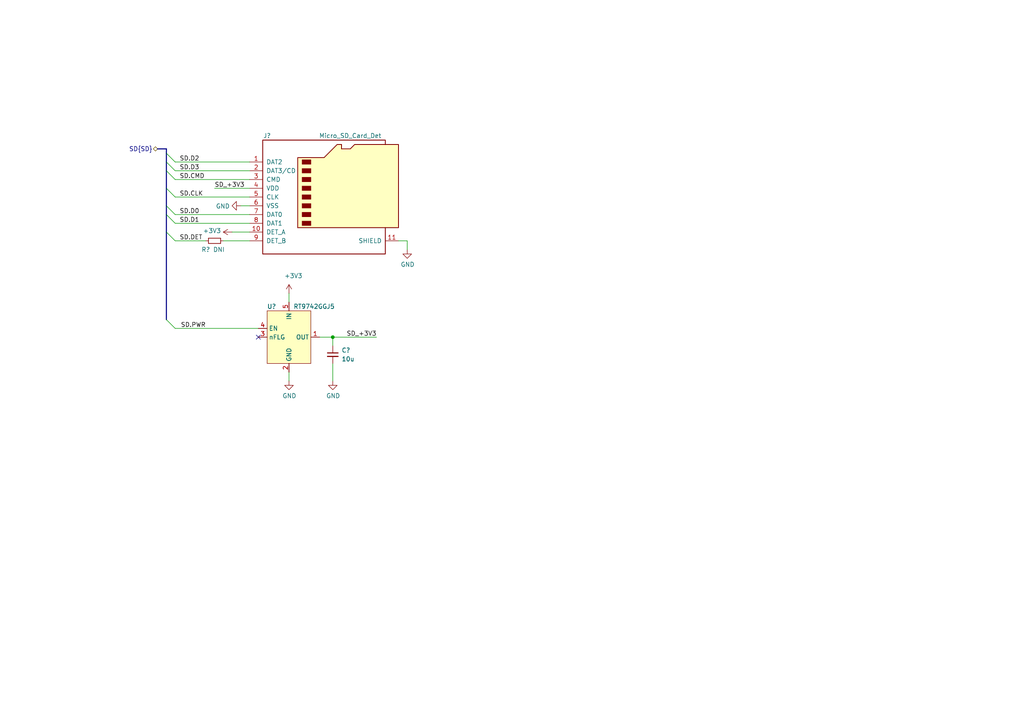
<source format=kicad_sch>
(kicad_sch (version 20201015) (generator eeschema)
  (paper "A4")
  (lib_symbols
    (symbol "Connector:Micro_SD_Card_Det" (pin_names (offset 1.016))
      (property "Reference" "J" (at -16.51 17.78 0))
      (property "Value" "Micro_SD_Card_Det" (at 16.51 17.78 0))
      (symbol "Micro_SD_Card_Det_0_1"
        (rectangle (start -7.62 -6.985) (end -5.08 -8.255) (fill (type outline)))
        (rectangle (start -7.62 -4.445) (end -5.08 -5.715) (fill (type outline)))
        (rectangle (start -7.62 -1.905) (end -5.08 -3.175) (fill (type outline)))
        (rectangle (start -7.62 0.635) (end -5.08 -0.635) (fill (type outline)))
        (rectangle (start -7.62 3.175) (end -5.08 1.905) (fill (type outline)))
        (rectangle (start -7.62 5.715) (end -5.08 4.445) (fill (type outline)))
        (rectangle (start -7.62 8.255) (end -5.08 6.985) (fill (type outline)))
        (rectangle (start -7.62 10.795) (end -5.08 9.525) (fill (type outline)))
        (polyline (pts (xy 16.51 15.24) (xy 16.51 16.51) (xy -19.05 16.51) (xy -19.05 -16.51) (xy 16.51 -16.51) (xy 16.51 -8.89)) (stroke (width 0.254)))
        (polyline (pts (xy -8.89 -8.89) (xy -8.89 11.43) (xy -1.27 11.43) (xy 2.54 15.24) (xy 3.81 15.24) (xy 3.81 13.97) (xy 6.35 13.97) (xy 7.62 15.24) (xy 20.32 15.24) (xy 20.32 -8.89) (xy -8.89 -8.89)) (stroke (width 0.254)) (fill (type background)))
      )
      (symbol "Micro_SD_Card_Det_1_1"
        (pin bidirectional line (at -22.86 10.16 0) (length 3.81) (name "DAT2") (number "1"))
        (pin passive line (at -22.86 -10.16 0) (length 3.81) (name "DET_A") (number "10"))
        (pin passive line (at 20.32 -12.7 180) (length 3.81) (name "SHIELD") (number "11"))
        (pin bidirectional line (at -22.86 7.62 0) (length 3.81) (name "DAT3/CD") (number "2"))
        (pin input line (at -22.86 5.08 0) (length 3.81) (name "CMD") (number "3"))
        (pin power_in line (at -22.86 2.54 0) (length 3.81) (name "VDD") (number "4"))
        (pin input line (at -22.86 0 0) (length 3.81) (name "CLK") (number "5"))
        (pin power_in line (at -22.86 -2.54 0) (length 3.81) (name "VSS") (number "6"))
        (pin bidirectional line (at -22.86 -5.08 0) (length 3.81) (name "DAT0") (number "7"))
        (pin bidirectional line (at -22.86 -7.62 0) (length 3.81) (name "DAT1") (number "8"))
        (pin passive line (at -22.86 -12.7 0) (length 3.81) (name "DET_B") (number "9"))
      )
    )
    (symbol "Device:C_Small" (pin_numbers hide) (pin_names (offset 0.254) hide)
      (property "Reference" "C" (at 0.254 1.778 0))
      (property "Value" "C_Small" (at 0.254 -2.032 0))
      (symbol "C_Small_0_1"
        (polyline (pts (xy -1.524 -0.508) (xy 1.524 -0.508)) (stroke (width 0.3302)))
        (polyline (pts (xy -1.524 0.508) (xy 1.524 0.508)) (stroke (width 0.3048)))
      )
      (symbol "C_Small_1_1"
        (pin passive line (at 0 2.54 270) (length 2.032) (name "~") (number "1"))
        (pin passive line (at 0 -2.54 90) (length 2.032) (name "~") (number "2"))
      )
    )
    (symbol "Device:R_Small" (pin_numbers hide) (pin_names (offset 0.254) hide)
      (property "Reference" "R" (at 0.762 0.508 0))
      (property "Value" "R_Small" (at 0.762 -1.016 0))
      (symbol "R_Small_0_1"
        (rectangle (start -0.762 1.778) (end 0.762 -1.778) (stroke (width 0.2032)))
      )
      (symbol "R_Small_1_1"
        (pin passive line (at 0 2.54 270) (length 0.762) (name "~") (number "1"))
        (pin passive line (at 0 -2.54 90) (length 0.762) (name "~") (number "2"))
      )
    )
    (symbol "LightBlue:RT9742GGJ5"
      (property "Reference" "U" (at -5.08 8.89 0))
      (property "Value" "RT9742GGJ5" (at 7.62 8.89 0))
      (symbol "RT9742GGJ5_0_0"
        (pin power_out line (at 8.89 0 180) (length 2.54) (name "OUT") (number "1"))
        (pin power_in line (at 0 -10.16 90) (length 2.54) (name "GND") (number "2"))
        (pin open_collector line (at -8.89 0 0) (length 2.54) (name "nFLG") (number "3"))
        (pin input line (at -8.89 2.54 0) (length 2.54) (name "EN") (number "4"))
        (pin power_in line (at 0 10.16 270) (length 2.54) (name "IN") (number "5"))
      )
      (symbol "RT9742GGJ5_0_1"
        (rectangle (start -6.35 7.62) (end 6.35 -7.62) (fill (type background)))
      )
    )
    (symbol "power:+3V3" (power) (pin_names (offset 0))
      (property "Value" "+3V3" (at 0 3.556 0))
      (symbol "+3V3_0_1"
        (polyline (pts (xy -0.762 1.27) (xy 0 2.54)))
        (polyline (pts (xy 0 0) (xy 0 2.54)))
        (polyline (pts (xy 0 2.54) (xy 0.762 1.27)))
      )
      (symbol "+3V3_1_1"
        (pin power_in line (at 0 0 90) (length 0) hide (name "+3V3") (number "1"))
      )
    )
    (symbol "power:GND" (power) (pin_names (offset 0))
      (property "Value" "GND" (at 0 -3.81 0))
      (symbol "GND_0_1"
        (polyline (pts (xy 0 0) (xy 0 -1.27) (xy 1.27 -1.27) (xy 0 -2.54) (xy -1.27 -1.27) (xy 0 -1.27)))
      )
      (symbol "GND_1_1"
        (pin power_in line (at 0 0 270) (length 0) hide (name "GND") (number "1"))
      )
    )
  )
  (junction (at 96.52 97.79) (diameter 0.9144))
  (no_connect (at 74.93 97.79))
  (bus_entry (at 48.26 44.45) (size 2.54 2.54) (stroke (width 0.1524)))
  (bus_entry (at 48.26 46.99) (size 2.54 2.54) (stroke (width 0.1524)))
  (bus_entry (at 48.26 49.53) (size 2.54 2.54) (stroke (width 0.1524)))
  (bus_entry (at 48.26 54.61) (size 2.54 2.54) (stroke (width 0.1524)))
  (bus_entry (at 48.26 59.69) (size 2.54 2.54) (stroke (width 0.1524)))
  (bus_entry (at 48.26 62.23) (size 2.54 2.54) (stroke (width 0.1524)))
  (bus_entry (at 48.26 67.31) (size 2.54 2.54) (stroke (width 0.1524)))
  (bus_entry (at 48.26 92.71) (size 2.54 2.54) (stroke (width 0.1524)))
  (wire (pts (xy 50.8 46.99) (xy 72.39 46.99)))
  (wire (pts (xy 50.8 49.53) (xy 72.39 49.53)))
  (wire (pts (xy 50.8 52.07) (xy 72.39 52.07)))
  (wire (pts (xy 50.8 57.15) (xy 72.39 57.15)))
  (wire (pts (xy 50.8 62.23) (xy 72.39 62.23)))
  (wire (pts (xy 50.8 64.77) (xy 72.39 64.77)))
  (wire (pts (xy 50.8 69.85) (xy 59.69 69.85)))
  (wire (pts (xy 50.8 95.25) (xy 74.93 95.25)))
  (wire (pts (xy 62.23 54.61) (xy 72.39 54.61)))
  (wire (pts (xy 64.77 69.85) (xy 72.39 69.85)))
  (wire (pts (xy 67.31 67.31) (xy 72.39 67.31)))
  (wire (pts (xy 72.39 59.69) (xy 69.85 59.69)))
  (wire (pts (xy 83.82 85.09) (xy 83.82 87.63)))
  (wire (pts (xy 83.82 107.95) (xy 83.82 110.49)))
  (wire (pts (xy 92.71 97.79) (xy 96.52 97.79)))
  (wire (pts (xy 96.52 97.79) (xy 96.52 100.33)))
  (wire (pts (xy 96.52 97.79) (xy 109.22 97.79)))
  (wire (pts (xy 96.52 105.41) (xy 96.52 110.49)))
  (wire (pts (xy 115.57 69.85) (xy 118.11 69.85)))
  (wire (pts (xy 118.11 69.85) (xy 118.11 72.39)))
  (bus (pts (xy 45.72 43.18) (xy 48.26 43.18)))
  (bus (pts (xy 48.26 43.18) (xy 48.26 44.45)))
  (bus (pts (xy 48.26 44.45) (xy 48.26 46.99)))
  (bus (pts (xy 48.26 49.53) (xy 48.26 46.99)))
  (bus (pts (xy 48.26 49.53) (xy 48.26 54.61)))
  (bus (pts (xy 48.26 54.61) (xy 48.26 59.69)))
  (bus (pts (xy 48.26 62.23) (xy 48.26 59.69)))
  (bus (pts (xy 48.26 62.23) (xy 48.26 67.31)))
  (bus (pts (xy 48.26 67.31) (xy 48.26 92.71)))
  (label "SD.D2" (at 52.07 46.99 0))
  (label "SD.D3" (at 52.07 49.53 0))
  (label "SD.CMD" (at 52.07 52.07 0))
  (label "SD.CLK" (at 52.07 57.15 0))
  (label "SD.D0" (at 52.07 62.23 0))
  (label "SD.D1" (at 52.07 64.77 0))
  (label "SD.DET" (at 52.07 69.85 0))
  (label "SD.PWR" (at 59.69 95.25 180))
  (label "SD_+3V3" (at 62.23 54.61 0))
  (label "SD_+3V3" (at 109.22 97.79 180))
  (hierarchical_label "SD{SD}" (shape bidirectional) (at 45.72 43.18 180))
  (symbol (lib_id "power:+3V3") (at 67.31 67.31 90) (unit 1)
    (property "Reference" "#PWR?" (effects hide))
    (property "Value" "+3V3" (at 64.1349 66.9417 90) (effects (justify left)))
  )
  (symbol (lib_id "power:+3V3") (at 83.82 85.09 0) (unit 1)
    (property "Reference" "#PWR?" (effects hide))
    (property "Value" "+3V3" (at 85.09 80.01 0))
  )
  (symbol (lib_id "power:GND") (at 69.85 59.69 270) (unit 1)
    (property "Reference" "#PWR?" (effects hide))
    (property "Value" "GND" (at 66.675 59.8043 90) (effects (justify right)))
  )
  (symbol (lib_id "power:GND") (at 83.82 110.49 0) (unit 1)
    (property "Reference" "#PWR?" (effects hide))
    (property "Value" "GND" (at 83.9343 114.8144 0))
  )
  (symbol (lib_id "power:GND") (at 96.52 110.49 0) (unit 1)
    (property "Reference" "#PWR?" (effects hide))
    (property "Value" "GND" (at 96.6343 114.8144 0))
  )
  (symbol (lib_id "power:GND") (at 118.11 72.39 0) (unit 1)
    (property "Reference" "#PWR?" (effects hide))
    (property "Value" "GND" (at 118.2243 76.7144 0))
  )
  (symbol (lib_id "Device:R_Small") (at 62.23 69.85 270) (unit 1)
    (property "Reference" "R?" (at 59.69 72.39 90))
    (property "Value" "DNI" (at 63.5 72.39 90))
  )
  (symbol (lib_id "Device:C_Small") (at 96.52 102.87 0) (unit 1)
    (property "Reference" "C?" (at 99.06 101.6 0) (effects (justify left)))
    (property "Value" "10u" (at 99.06 104.14 0) (effects (justify left)))
  )
  (symbol (lib_id "LightBlue:RT9742GGJ5") (at 83.82 97.79 0) (unit 1)
    (property "Reference" "U?" (at 77.47 88.9 0) (effects (justify left)))
    (property "Value" "RT9742GGJ5" (at 85.09 88.9 0) (effects (justify left)))
    (property "Footprint" "Package_TO_SOT_SMD:SOT-23-5" (effects hide))
    (property "Datasheet" "https://www.richtek.com/assets/product_file/RT9742/DS9742-00.pdf" (effects hide))
  )
  (symbol (lib_id "Connector:Micro_SD_Card_Det") (at 95.25 57.15 0) (unit 1)
    (property "Reference" "J?" (at 77.47 39.37 0))
    (property "Value" "Micro_SD_Card_Det" (at 101.6 39.37 0))
    (property "Footprint" "Connector_Card:microSD_HC_Molex_104031-0811" (effects hide))
    (property "Datasheet" "https://www.hirose.com/product/en/download_file/key_name/DM3/category/Catalog/doc_file_id/49662/?file_category_id=4&item_id=195&is_series=1" (effects hide))
  )
)
</source>
